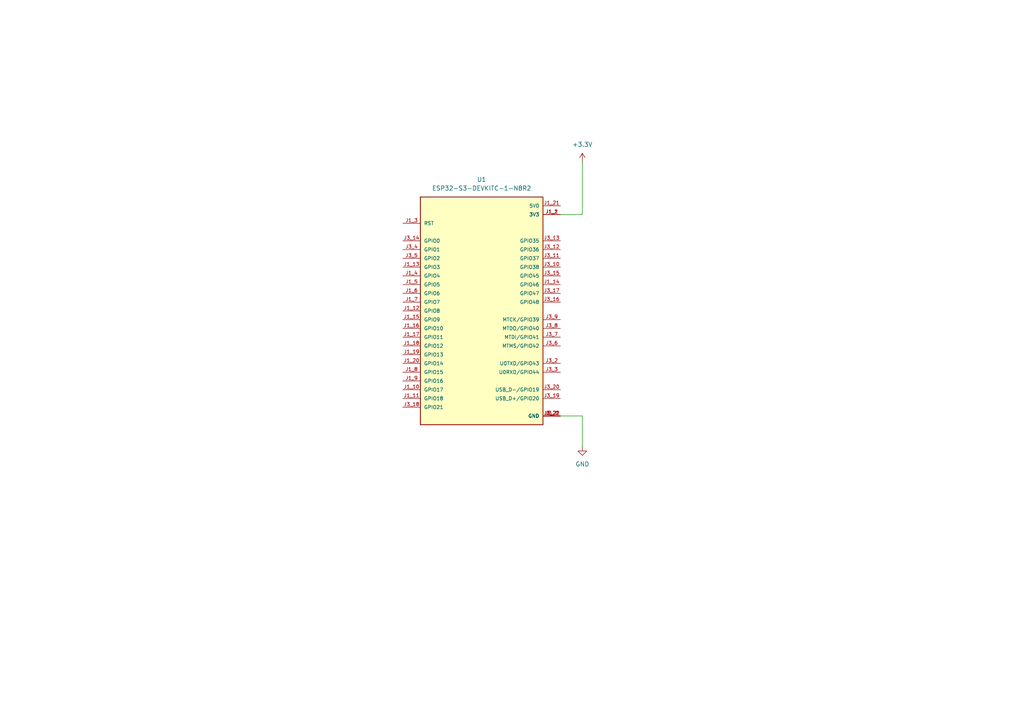
<source format=kicad_sch>
(kicad_sch (version 20231120) (generator "eeschema") (generator_version "8.0")
  (paper "A4")
  (lib_symbols
    (symbol "ESP32-S3-DEVKITC-1-N8R2:ESP32-S3-DEVKITC-1-N8R2" (pin_names (offset 1.016))
      (property "Reference" "U" (at -17.78 35.56 0))
      (property "Value" "ESP32-S3-DEVKITC-1-N8R2" (at -17.78 -35.56 0))
      (symbol "ESP32-S3-DEVKITC-1-N8R2_0_0"
        (rectangle (start -17.78 -33.02) (end 17.78 33.02) (stroke (width 0.254)) (fill (type background)))
        (pin power_in line (at 22.86 27.94 180) (length 5.08) (name "3V3") (number "J1_1"))
        (pin bidirectional line (at -22.86 -22.86 0) (length 5.08) (name "GPIO17") (number "J1_10"))
        (pin bidirectional line (at -22.86 -25.4 0) (length 5.08) (name "GPIO18") (number "J1_11"))
        (pin bidirectional line (at -22.86 0 0) (length 5.08) (name "GPIO8") (number "J1_12"))
        (pin bidirectional line (at -22.86 12.7 0) (length 5.08) (name "GPIO3") (number "J1_13"))
        (pin bidirectional line (at 22.86 7.62 180) (length 5.08) (name "GPIO46") (number "J1_14"))
        (pin bidirectional line (at -22.86 -2.54 0) (length 5.08) (name "GPIO9") (number "J1_15"))
        (pin bidirectional line (at -22.86 -5.08 0) (length 5.08) (name "GPIO10") (number "J1_16"))
        (pin bidirectional line (at -22.86 -7.62 0) (length 5.08) (name "GPIO11") (number "J1_17"))
        (pin bidirectional line (at -22.86 -10.16 0) (length 5.08) (name "GPIO12") (number "J1_18"))
        (pin bidirectional line (at -22.86 -12.7 0) (length 5.08) (name "GPIO13") (number "J1_19"))
        (pin power_in line (at 22.86 27.94 180) (length 5.08) (name "3V3") (number "J1_2"))
        (pin bidirectional line (at -22.86 -15.24 0) (length 5.08) (name "GPIO14") (number "J1_20"))
        (pin power_in line (at 22.86 30.48 180) (length 5.08) (name "5V0") (number "J1_21"))
        (pin power_in line (at 22.86 -30.48 180) (length 5.08) (name "GND") (number "J1_22"))
        (pin input line (at -22.86 25.4 0) (length 5.08) (name "RST") (number "J1_3"))
        (pin bidirectional line (at -22.86 10.16 0) (length 5.08) (name "GPIO4") (number "J1_4"))
        (pin bidirectional line (at -22.86 7.62 0) (length 5.08) (name "GPIO5") (number "J1_5"))
        (pin bidirectional line (at -22.86 5.08 0) (length 5.08) (name "GPIO6") (number "J1_6"))
        (pin bidirectional line (at -22.86 2.54 0) (length 5.08) (name "GPIO7") (number "J1_7"))
        (pin bidirectional line (at -22.86 -17.78 0) (length 5.08) (name "GPIO15") (number "J1_8"))
        (pin bidirectional line (at -22.86 -20.32 0) (length 5.08) (name "GPIO16") (number "J1_9"))
        (pin power_in line (at 22.86 -30.48 180) (length 5.08) (name "GND") (number "J3_1"))
        (pin bidirectional line (at 22.86 12.7 180) (length 5.08) (name "GPIO38") (number "J3_10"))
        (pin bidirectional line (at 22.86 15.24 180) (length 5.08) (name "GPIO37") (number "J3_11"))
        (pin bidirectional line (at 22.86 17.78 180) (length 5.08) (name "GPIO36") (number "J3_12"))
        (pin bidirectional line (at 22.86 20.32 180) (length 5.08) (name "GPIO35") (number "J3_13"))
        (pin bidirectional line (at -22.86 20.32 0) (length 5.08) (name "GPIO0") (number "J3_14"))
        (pin bidirectional line (at 22.86 10.16 180) (length 5.08) (name "GPIO45") (number "J3_15"))
        (pin bidirectional line (at 22.86 2.54 180) (length 5.08) (name "GPIO48") (number "J3_16"))
        (pin bidirectional line (at 22.86 5.08 180) (length 5.08) (name "GPIO47") (number "J3_17"))
        (pin bidirectional line (at -22.86 -27.94 0) (length 5.08) (name "GPIO21") (number "J3_18"))
        (pin bidirectional line (at 22.86 -25.4 180) (length 5.08) (name "USB_D+/GPIO20") (number "J3_19"))
        (pin bidirectional line (at 22.86 -15.24 180) (length 5.08) (name "U0TXD/GPIO43") (number "J3_2"))
        (pin bidirectional line (at 22.86 -22.86 180) (length 5.08) (name "USB_D-/GPIO19") (number "J3_20"))
        (pin power_in line (at 22.86 -30.48 180) (length 5.08) (name "GND") (number "J3_21"))
        (pin power_in line (at 22.86 -30.48 180) (length 5.08) (name "GND") (number "J3_22"))
        (pin bidirectional line (at 22.86 -17.78 180) (length 5.08) (name "U0RXD/GPIO44") (number "J3_3"))
        (pin bidirectional line (at -22.86 17.78 0) (length 5.08) (name "GPIO1") (number "J3_4"))
        (pin bidirectional line (at -22.86 15.24 0) (length 5.08) (name "GPIO2") (number "J3_5"))
        (pin bidirectional line (at 22.86 -10.16 180) (length 5.08) (name "MTMS/GPIO42") (number "J3_6"))
        (pin bidirectional line (at 22.86 -7.62 180) (length 5.08) (name "MTDI/GPIO41") (number "J3_7"))
        (pin bidirectional line (at 22.86 -5.08 180) (length 5.08) (name "MTDO/GPIO40") (number "J3_8"))
        (pin bidirectional line (at 22.86 -2.54 180) (length 5.08) (name "MTCK/GPIO39") (number "J3_9"))
      )
    )
    (symbol "power:+3.3V" (power) (pin_numbers hide) (pin_names (offset 0) hide)
      (property "Value" "+3.3V" (at 0 3.556 0))
      (symbol "+3.3V_0_1"
        (polyline (pts (xy -0.762 1.27) (xy 0 2.54)))
        (polyline (pts (xy 0 0) (xy 0 2.54)))
        (polyline (pts (xy 0 2.54) (xy 0.762 1.27)))
      )
      (symbol "+3.3V_1_1"
        (pin power_in line (at 0 0 90) (length 0) (name "~") (number "1"))
      )
    )
    (symbol "power:GND" (power) (pin_numbers hide) (pin_names (offset 0) hide)
      (property "Value" "GND" (at 0 -3.81 0))
      (symbol "GND_0_1"
        (polyline (pts (xy 0 0) (xy 0 -1.27) (xy 1.27 -1.27) (xy 0 -2.54) (xy -1.27 -1.27) (xy 0 -1.27)))
      )
      (symbol "GND_1_1"
        (pin power_in line (at 0 0 270) (length 0) (name "~") (number "1"))
      )
    )
  )
  (wire (pts (xy 162.56 120.65) (xy 168.91 120.65)))
  (wire (pts (xy 168.91 120.65) (xy 168.91 129.54)))
  (wire (pts (xy 168.91 62.23) (xy 162.56 62.23)))
  (wire (pts (xy 168.91 46.99) (xy 168.91 62.23)))
  (symbol (lib_id "ESP32-S3-DEVKITC-1-N8R2:ESP32-S3-DEVKITC-1-N8R2") (at 139.7 90.17 0) (unit 1)
    (property "Reference" "U1" (at 139.7 52.07 0))
    (property "Value" "ESP32-S3-DEVKITC-1-N8R2" (at 139.7 54.61 0))
    (property "Footprint" "ESP32-S3-DEVKITC-1-N8R2:XCVR_ESP32-S3-DEVKITC-1-N8R2" (effects (hide yes)))
    (property "PARTREV" "V1" (effects (hide yes)))
    (property "MANUFACTURER" "Espressif" (effects (hide yes)))
    (property "STANDARD" "Manufacturer Recommendations" (effects (hide yes)))
  )
  (symbol (lib_id "power:+3.3V") (at 168.91 46.99 0) (unit 1)
    (property "Reference" "#PWR01" (effects (hide yes)))
    (property "Value" "+3.3V" (at 168.91 41.91 0))
    (property "Description" "Power symbol creates a global label with name \"+3.3V\"" (effects (hide yes)))
  )
  (symbol (lib_id "power:GND") (at 168.91 129.54 0) (unit 1)
    (property "Reference" "#PWR02" (effects (hide yes)))
    (property "Value" "GND" (at 168.91 134.62 0))
    (property "Description" "Power symbol creates a global label with name \"GND\" , ground" (effects (hide yes)))
  )
)
</source>
